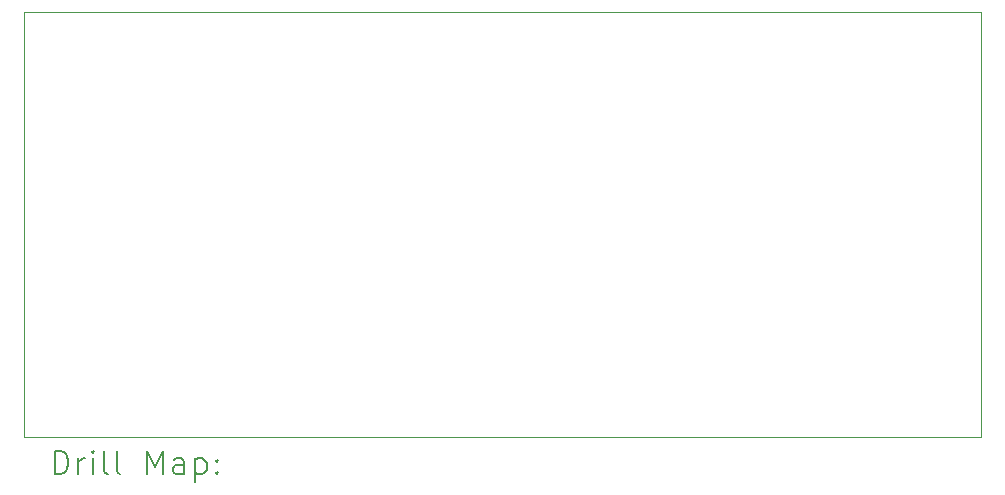
<source format=gbr>
%TF.GenerationSoftware,KiCad,Pcbnew,8.0.4*%
%TF.CreationDate,2024-08-11T19:46:03+02:00*%
%TF.ProjectId,esp32vga-keypad,65737033-3276-4676-912d-6b6579706164,rev?*%
%TF.SameCoordinates,Original*%
%TF.FileFunction,Drillmap*%
%TF.FilePolarity,Positive*%
%FSLAX45Y45*%
G04 Gerber Fmt 4.5, Leading zero omitted, Abs format (unit mm)*
G04 Created by KiCad (PCBNEW 8.0.4) date 2024-08-11 19:46:03*
%MOMM*%
%LPD*%
G01*
G04 APERTURE LIST*
%ADD10C,0.050000*%
%ADD11C,0.200000*%
G04 APERTURE END LIST*
D10*
X12900000Y-12700000D02*
X12900000Y-9100000D01*
X12900000Y-9100000D02*
X21000000Y-9100000D01*
X21000000Y-12700000D02*
X12900000Y-12700000D01*
X21000000Y-9100000D02*
X21000000Y-12700000D01*
D11*
X13158277Y-13013984D02*
X13158277Y-12813984D01*
X13158277Y-12813984D02*
X13205896Y-12813984D01*
X13205896Y-12813984D02*
X13234467Y-12823508D01*
X13234467Y-12823508D02*
X13253515Y-12842555D01*
X13253515Y-12842555D02*
X13263039Y-12861603D01*
X13263039Y-12861603D02*
X13272562Y-12899698D01*
X13272562Y-12899698D02*
X13272562Y-12928269D01*
X13272562Y-12928269D02*
X13263039Y-12966365D01*
X13263039Y-12966365D02*
X13253515Y-12985412D01*
X13253515Y-12985412D02*
X13234467Y-13004460D01*
X13234467Y-13004460D02*
X13205896Y-13013984D01*
X13205896Y-13013984D02*
X13158277Y-13013984D01*
X13358277Y-13013984D02*
X13358277Y-12880650D01*
X13358277Y-12918746D02*
X13367801Y-12899698D01*
X13367801Y-12899698D02*
X13377324Y-12890174D01*
X13377324Y-12890174D02*
X13396372Y-12880650D01*
X13396372Y-12880650D02*
X13415420Y-12880650D01*
X13482086Y-13013984D02*
X13482086Y-12880650D01*
X13482086Y-12813984D02*
X13472562Y-12823508D01*
X13472562Y-12823508D02*
X13482086Y-12833031D01*
X13482086Y-12833031D02*
X13491610Y-12823508D01*
X13491610Y-12823508D02*
X13482086Y-12813984D01*
X13482086Y-12813984D02*
X13482086Y-12833031D01*
X13605896Y-13013984D02*
X13586848Y-13004460D01*
X13586848Y-13004460D02*
X13577324Y-12985412D01*
X13577324Y-12985412D02*
X13577324Y-12813984D01*
X13710658Y-13013984D02*
X13691610Y-13004460D01*
X13691610Y-13004460D02*
X13682086Y-12985412D01*
X13682086Y-12985412D02*
X13682086Y-12813984D01*
X13939229Y-13013984D02*
X13939229Y-12813984D01*
X13939229Y-12813984D02*
X14005896Y-12956841D01*
X14005896Y-12956841D02*
X14072562Y-12813984D01*
X14072562Y-12813984D02*
X14072562Y-13013984D01*
X14253515Y-13013984D02*
X14253515Y-12909222D01*
X14253515Y-12909222D02*
X14243991Y-12890174D01*
X14243991Y-12890174D02*
X14224943Y-12880650D01*
X14224943Y-12880650D02*
X14186848Y-12880650D01*
X14186848Y-12880650D02*
X14167801Y-12890174D01*
X14253515Y-13004460D02*
X14234467Y-13013984D01*
X14234467Y-13013984D02*
X14186848Y-13013984D01*
X14186848Y-13013984D02*
X14167801Y-13004460D01*
X14167801Y-13004460D02*
X14158277Y-12985412D01*
X14158277Y-12985412D02*
X14158277Y-12966365D01*
X14158277Y-12966365D02*
X14167801Y-12947317D01*
X14167801Y-12947317D02*
X14186848Y-12937793D01*
X14186848Y-12937793D02*
X14234467Y-12937793D01*
X14234467Y-12937793D02*
X14253515Y-12928269D01*
X14348753Y-12880650D02*
X14348753Y-13080650D01*
X14348753Y-12890174D02*
X14367801Y-12880650D01*
X14367801Y-12880650D02*
X14405896Y-12880650D01*
X14405896Y-12880650D02*
X14424943Y-12890174D01*
X14424943Y-12890174D02*
X14434467Y-12899698D01*
X14434467Y-12899698D02*
X14443991Y-12918746D01*
X14443991Y-12918746D02*
X14443991Y-12975888D01*
X14443991Y-12975888D02*
X14434467Y-12994936D01*
X14434467Y-12994936D02*
X14424943Y-13004460D01*
X14424943Y-13004460D02*
X14405896Y-13013984D01*
X14405896Y-13013984D02*
X14367801Y-13013984D01*
X14367801Y-13013984D02*
X14348753Y-13004460D01*
X14529705Y-12994936D02*
X14539229Y-13004460D01*
X14539229Y-13004460D02*
X14529705Y-13013984D01*
X14529705Y-13013984D02*
X14520182Y-13004460D01*
X14520182Y-13004460D02*
X14529705Y-12994936D01*
X14529705Y-12994936D02*
X14529705Y-13013984D01*
X14529705Y-12890174D02*
X14539229Y-12899698D01*
X14539229Y-12899698D02*
X14529705Y-12909222D01*
X14529705Y-12909222D02*
X14520182Y-12899698D01*
X14520182Y-12899698D02*
X14529705Y-12890174D01*
X14529705Y-12890174D02*
X14529705Y-12909222D01*
M02*

</source>
